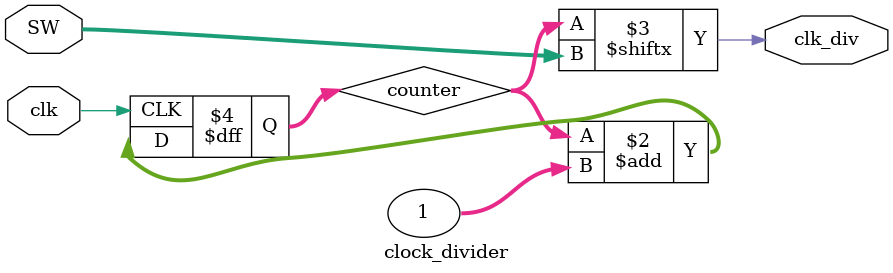
<source format=v>
`timescale 1ns / 1ps


module clock_divider(
    input wire clk,
    input wire [4:0] SW,
    output wire clk_div
    );
    reg [31:0] counter;
      
    always @(posedge clk)
        counter <= counter + 1;

    assign clk_div = counter[SW];
 
endmodule

</source>
